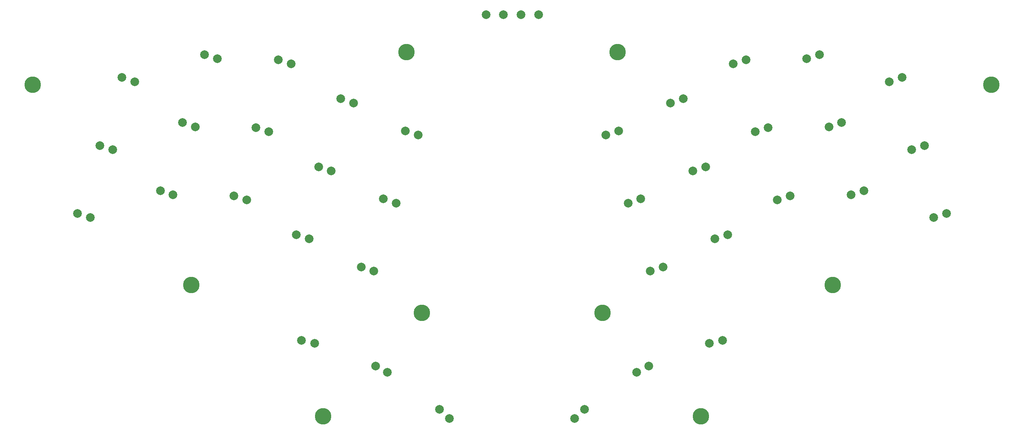
<source format=gbr>
%TF.GenerationSoftware,KiCad,Pcbnew,9.0.6*%
%TF.CreationDate,2025-12-02T23:38:21-05:00*%
%TF.ProjectId,frameortho,6672616d-656f-4727-9468-6f2e6b696361,rev?*%
%TF.SameCoordinates,Original*%
%TF.FileFunction,Soldermask,Bot*%
%TF.FilePolarity,Negative*%
%FSLAX46Y46*%
G04 Gerber Fmt 4.6, Leading zero omitted, Abs format (unit mm)*
G04 Created by KiCad (PCBNEW 9.0.6) date 2025-12-02 23:38:21*
%MOMM*%
%LPD*%
G01*
G04 APERTURE LIST*
%ADD10C,2.000000*%
%ADD11C,2.600000*%
%ADD12C,3.800000*%
G04 APERTURE END LIST*
D10*
%TO.C,S3*%
X158316022Y-93584191D03*
X161264298Y-94542144D03*
%TD*%
%TO.C,S13*%
X153203827Y-109276631D03*
X156152103Y-110234584D03*
%TD*%
%TO.C,S12*%
X136233346Y-108114338D03*
X139181622Y-109072291D03*
%TD*%
%TO.C,S11*%
X117166854Y-113385940D03*
X120115130Y-114343893D03*
%TD*%
%TO.C,S15*%
X182543814Y-125724392D03*
X185492090Y-126682345D03*
%TD*%
%TO.C,S10*%
X299245756Y-98651469D03*
X302194032Y-97693516D03*
%TD*%
D11*
%TO.C,H4*%
X236556331Y-91807292D03*
D12*
X236556331Y-91807292D03*
%TD*%
D10*
%TO.C,S31*%
X163703643Y-158364205D03*
X166724190Y-159061553D03*
%TD*%
%TO.C,S26*%
X244093203Y-142374786D03*
X247041479Y-141416833D03*
%TD*%
%TO.C,S18*%
X268320978Y-110234584D03*
X271269254Y-109276631D03*
%TD*%
D11*
%TO.C,H3*%
X233063339Y-152044107D03*
D12*
X233063339Y-152044107D03*
%TD*%
D10*
%TO.C,S35*%
X240986931Y-165710411D03*
X243724068Y-164255049D03*
%TD*%
%TO.C,S17*%
X253906594Y-119243089D03*
X256854870Y-118285136D03*
%TD*%
%TO.C,S4*%
X172730406Y-102592696D03*
X175678682Y-103550649D03*
%TD*%
%TO.C,S23*%
X148091632Y-124969055D03*
X151039908Y-125927008D03*
%TD*%
%TO.C,S34*%
X226674100Y-176388382D03*
X228941297Y-174274187D03*
%TD*%
%TO.C,S7*%
X248794399Y-103550649D03*
X251742675Y-102592696D03*
%TD*%
%TO.C,S20*%
X304357951Y-114343893D03*
X307306227Y-113385940D03*
%TD*%
%TO.C,S25*%
X177431619Y-141416833D03*
X180379895Y-142374786D03*
%TD*%
D11*
%TO.C,H6*%
X101678787Y-99396274D03*
D12*
X101678787Y-99396274D03*
%TD*%
D10*
%TO.C,S30*%
X309470146Y-130036333D03*
X312418422Y-129078380D03*
%TD*%
%TO.C,S2*%
X141345541Y-92421898D03*
X144293817Y-93379851D03*
%TD*%
%TO.C,S32*%
X180749029Y-164255049D03*
X183486166Y-165710411D03*
%TD*%
%TO.C,S16*%
X238981007Y-126682345D03*
X241929283Y-125724392D03*
%TD*%
%TO.C,S22*%
X131121151Y-123806762D03*
X134069427Y-124764715D03*
%TD*%
D11*
%TO.C,H2*%
X187916750Y-91807292D03*
D12*
X187916750Y-91807292D03*
%TD*%
D11*
%TO.C,H5*%
X138273081Y-145548579D03*
D12*
X138273081Y-145548579D03*
%TD*%
D10*
%TO.C,S27*%
X259018806Y-134935513D03*
X261967082Y-133977560D03*
%TD*%
%TO.C,S24*%
X162506016Y-133977560D03*
X165454292Y-134935513D03*
%TD*%
%TO.C,S6*%
X233868796Y-110989904D03*
X236817072Y-110031951D03*
%TD*%
%TO.C,S8*%
X263208783Y-94542144D03*
X266157059Y-93584191D03*
%TD*%
%TO.C,S9*%
X280179264Y-93379851D03*
X283127540Y-92421898D03*
%TD*%
D11*
%TO.C,H7*%
X286200000Y-145548579D03*
D12*
X286200000Y-145548579D03*
%TD*%
D11*
%TO.C,H10*%
X255821512Y-175921749D03*
D12*
X255821512Y-175921749D03*
%TD*%
D10*
%TO.C,S28*%
X273433189Y-125927008D03*
X276381465Y-124969055D03*
%TD*%
%TO.C,S14*%
X167618211Y-118285136D03*
X170566487Y-119243089D03*
%TD*%
D11*
%TO.C,H9*%
X168651585Y-175921749D03*
D12*
X168651585Y-175921749D03*
%TD*%
D10*
%TO.C,S5*%
X187656009Y-110031951D03*
X190604285Y-110989904D03*
%TD*%
%TO.C,S33*%
X195531784Y-174274187D03*
X197798981Y-176388382D03*
%TD*%
D11*
%TO.C,H8*%
X322794310Y-99396274D03*
D12*
X322794310Y-99396274D03*
%TD*%
D10*
%TO.C,S29*%
X290403670Y-124764715D03*
X293351946Y-123806762D03*
%TD*%
%TO.C,S21*%
X112054659Y-129078380D03*
X115002935Y-130036333D03*
%TD*%
%TO.C,S1*%
X122279065Y-97693516D03*
X125227341Y-98651469D03*
%TD*%
%TO.C,S36*%
X257748891Y-159061553D03*
X260769438Y-158364205D03*
%TD*%
D11*
%TO.C,H1*%
X191409759Y-152044107D03*
D12*
X191409759Y-152044107D03*
%TD*%
D10*
%TO.C,S19*%
X285291475Y-109072291D03*
X288239751Y-108114338D03*
%TD*%
%TO.C,TP20*%
X206224799Y-83190000D03*
%TD*%
%TO.C,TP18*%
X210261601Y-83180000D03*
%TD*%
%TO.C,TP17*%
X218374798Y-83190000D03*
%TD*%
%TO.C,TP19*%
X214311602Y-83180000D03*
%TD*%
M02*

</source>
